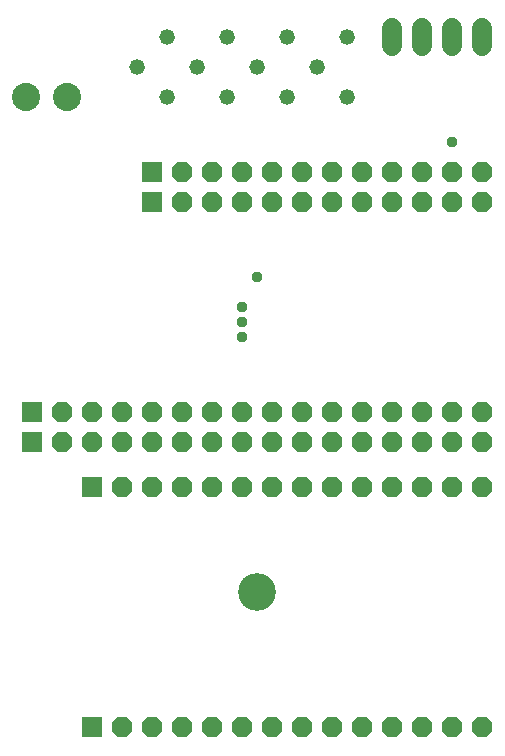
<source format=gbr>
G04 EAGLE Gerber RS-274X export*
G75*
%MOMM*%
%FSLAX34Y34*%
%LPD*%
%INSoldermask Bottom*%
%IPPOS*%
%AMOC8*
5,1,8,0,0,1.08239X$1,22.5*%
G01*
G04 Define Apertures*
%ADD10C,3.203194*%
%ADD11R,1.727200X1.727200*%
%ADD12P,1.8695X8X22.5*%
%ADD13C,2.387600*%
%ADD14C,1.727200*%
%ADD15C,1.320800*%
%ADD16C,0.959600*%
D10*
X228600Y139700D03*
D11*
X88900Y25400D03*
D12*
X114300Y25400D03*
X139700Y25400D03*
X165100Y25400D03*
X190500Y25400D03*
X215900Y25400D03*
X241300Y25400D03*
X266700Y25400D03*
X292100Y25400D03*
X317500Y25400D03*
X342900Y25400D03*
X368300Y25400D03*
X393700Y25400D03*
X419100Y25400D03*
D11*
X88900Y228600D03*
D12*
X114300Y228600D03*
X139700Y228600D03*
X165100Y228600D03*
X190500Y228600D03*
X215900Y228600D03*
X241300Y228600D03*
X266700Y228600D03*
X292100Y228600D03*
X317500Y228600D03*
X342900Y228600D03*
X368300Y228600D03*
X393700Y228600D03*
X419100Y228600D03*
D11*
X38100Y266700D03*
D12*
X63500Y266700D03*
X88900Y266700D03*
X114300Y266700D03*
X139700Y266700D03*
X165100Y266700D03*
X190500Y266700D03*
X215900Y266700D03*
X241300Y266700D03*
X266700Y266700D03*
X292100Y266700D03*
X317500Y266700D03*
X342900Y266700D03*
X368300Y266700D03*
X393700Y266700D03*
X419100Y266700D03*
D11*
X139700Y469900D03*
D12*
X165100Y469900D03*
X190500Y469900D03*
X215900Y469900D03*
X241300Y469900D03*
X266700Y469900D03*
X292100Y469900D03*
X317500Y469900D03*
X342900Y469900D03*
X368300Y469900D03*
X393700Y469900D03*
X419100Y469900D03*
D11*
X38100Y292100D03*
D12*
X63500Y292100D03*
X88900Y292100D03*
X114300Y292100D03*
X139700Y292100D03*
X165100Y292100D03*
X190500Y292100D03*
X215900Y292100D03*
X241300Y292100D03*
X266700Y292100D03*
X292100Y292100D03*
X317500Y292100D03*
X342900Y292100D03*
X368300Y292100D03*
X393700Y292100D03*
X419100Y292100D03*
D11*
X139700Y495300D03*
D12*
X165100Y495300D03*
X190500Y495300D03*
X215900Y495300D03*
X241300Y495300D03*
X266700Y495300D03*
X292100Y495300D03*
X317500Y495300D03*
X342900Y495300D03*
X368300Y495300D03*
X393700Y495300D03*
X419100Y495300D03*
D13*
X32800Y558800D03*
X67800Y558800D03*
D14*
X342900Y601980D02*
X342900Y617220D01*
X368300Y617220D02*
X368300Y601980D01*
X393700Y601980D02*
X393700Y617220D01*
X419100Y617220D02*
X419100Y601980D01*
D15*
X254000Y558800D03*
X228600Y584200D03*
X254000Y609600D03*
X152400Y558800D03*
X127000Y584200D03*
X152400Y609600D03*
X304800Y558800D03*
X279400Y584200D03*
X304800Y609600D03*
X203200Y558800D03*
X177800Y584200D03*
X203200Y609600D03*
D16*
X215900Y368300D03*
X228600Y406400D03*
X393700Y520700D03*
X215900Y355600D03*
X215900Y381000D03*
M02*

</source>
